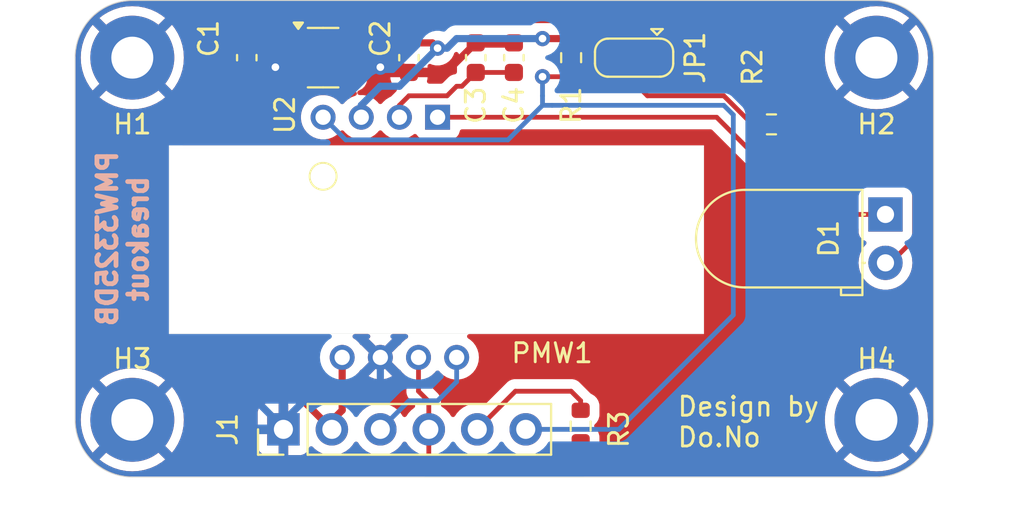
<source format=kicad_pcb>
(kicad_pcb (version 20240108) (generator "pcbnew") (generator_version "8.0")
  (layers (0 "F.Cu" signal) (31 "B.Cu" signal) (34 "B.Paste" user) (35 "F.Paste" user) (36 "B.SilkS" user "B.Silkscreen") (37 "F.SilkS" user "F.Silkscreen") (38 "B.Mask" user) (39 "F.Mask" user) (44 "Edge.Cuts" user))
  (net 0 "")
  (net 1 "Net-(PMW1-VDDPIX)")
  (net 2 "Net-(D1-A)")
  (net 3 "Net-(D1-K)")
  (net 4 "Net-(JP1-C)")
  (net 6 "NCS")
  (net 7 "+3V3")
  (net 8 "GND")
  (net 9 "+1V8")
  (net 10 "SCLK")
  (net 11 "MOSI")
  (net 12 "MISO")
  (footprint "MountingHole:MountingHole_2.2mm_M2_Pad" (layer "F.Cu") (at 179 78)
    (property "Reference" "H2" (at 0 3.5 0) (layer "F.SilkS"))
    (property "Value" "MountingHole_Pad")
    (pad "1" thru_hole circle (at 0 0) (size 4.4 4.4) (drill 2.2) (layers "*.Cu" "*.Mask") (net 8 "GND"))
  )
  (footprint "Package_TO_SOT_SMD:SOT-23-5" (layer "F.Cu") (at 150 78)
    (property "Reference" "U2" (at -2 3 90) (layer "F.SilkS"))
    (property "Value" "TCR2EF19")
    (fp_line (start 0 -1.56) (end -0.8 -1.56) (stroke (width 0.12)) (layer "F.SilkS"))
    (fp_line (start 0 -1.56) (end 0.8 -1.56) (stroke (width 0.12)) (layer "F.SilkS"))
    (fp_line (start 0 1.56) (end -0.8 1.56) (stroke (width 0.12)) (layer "F.SilkS"))
    (fp_line (start 0 1.56) (end 0.8 1.56) (stroke (width 0.12)) (layer "F.SilkS"))
    (fp_poly (pts (xy -1.3 -1.51) (xy -1.54 -1.84) (xy -1.06 -1.84) (xy -1.3 -1.51)) (stroke (width 0.12)) (fill solid) (layer "F.SilkS"))
    (pad "1" smd roundrect (at -1.1375 -0.95) (size 1.325 0.6) (layers "F.Cu" "F.Paste" "F.Mask") (net 7 "+3V3"))
    (pad "2" smd roundrect (at -1.1375 0) (size 1.325 0.6) (layers "F.Cu" "F.Paste" "F.Mask") (net 8 "GND"))
    (pad "3" smd roundrect (at -1.1375 0.95) (size 1.325 0.6) (layers "F.Cu" "F.Paste" "F.Mask") (net 7 "+3V3"))
    (pad "4" smd roundrect (at 1.1375 0.95) (size 1.325 0.6) (layers "F.Cu" "F.Paste" "F.Mask"))
    (pad "5" smd roundrect (at 1.1375 -0.95) (size 1.325 0.6) (layers "F.Cu" "F.Paste" "F.Mask") (net 9 "+1V8"))
  )
  (footprint "LED_THT:LED_D5.0mm_Horizontal_O1.27mm_Z15.0mm" (layer "F.Cu") (at 179.475 86.225 -90)
    (property "Reference" "D1" (at 1.27 2.975 90) (layer "F.SilkS"))
    (property "Value" "IR204A")
    (fp_line (start 3.83 2.33) (end 3.83 1.21) (stroke (width 0.12)) (layer "F.SilkS"))
    (fp_line (start 4.23 2.33) (end 3.83 2.33) (stroke (width 0.12)) (layer "F.SilkS"))
    (fp_line (start -1.29 1.21) (end -1.29 7.37) (stroke (width 0.12)) (layer "F.SilkS"))
    (fp_line (start -1.29 1.21) (end 3.83 1.21) (stroke (width 0.12)) (layer "F.SilkS"))
    (fp_line (start 0 1.21) (end 0 1.21) (stroke (width 0.12)) (layer "F.SilkS"))
    (fp_line (start 0 1.21) (end 0 1.08) (stroke (width 0.12)) (layer "F.SilkS"))
    (fp_line (start 2.54 1.21) (end 2.54 1.21) (stroke (width 0.12)) (layer "F.SilkS"))
    (fp_line (start 2.54 1.21) (end 2.54 1.08) (stroke (width 0.12)) (layer "F.SilkS"))
    (fp_line (start 3.83 1.21) (end 3.83 7.37) (stroke (width 0.12)) (layer "F.SilkS"))
    (fp_line (start 3.83 1.21) (end 4.23 1.21) (stroke (width 0.12)) (layer "F.SilkS"))
    (fp_line (start 4.23 1.21) (end 4.23 2.33) (stroke (width 0.12)) (layer "F.SilkS"))
    (fp_line (start 0 1.08) (end 0 1.21) (stroke (width 0.12)) (layer "F.SilkS"))
    (fp_line (start 0 1.08) (end 0 1.08) (stroke (width 0.12)) (layer "F.SilkS"))
    (fp_line (start 2.54 1.08) (end 2.54 1.21) (stroke (width 0.12)) (layer "F.SilkS"))
    (fp_line (start 2.54 1.08) (end 2.54 1.08) (stroke (width 0.12)) (layer "F.SilkS"))
    (fp_arc (start 3.83 7.37) (mid 1.27 9.93) (end -1.29 7.37) (stroke (width 0.12)) (layer "F.SilkS"))
    (pad "1" thru_hole rect (at 0 0 270) (size 1.8 1.8) (drill 0.9) (layers "*.Cu" "*.Mask") (net 3 "Net-(D1-K)"))
    (pad "2" thru_hole circle (at 2.54 0 270) (size 1.8 1.8) (drill 0.9) (layers "*.Cu" "*.Mask") (net 2 "Net-(D1-A)"))
  )
  (footprint "Capacitor_SMD:C_0603_1608Metric" (layer "F.Cu") (at 160 78 90)
    (property "Reference" "C4" (at -2.5 0 270) (layer "F.SilkS"))
    (property "Value" "100nf")
    (fp_line (start -0.14058 -0.51) (end 0.14058 -0.51) (stroke (width 0.12)) (layer "F.SilkS"))
    (fp_line (start -0.14058 0.51) (end 0.14058 0.51) (stroke (width 0.12)) (layer "F.SilkS"))
    (pad "1" smd roundrect (at -0.775 0 90) (size 0.9 0.95) (layers "F.Cu" "F.Paste" "F.Mask") (net 1 "Net-(PMW1-VDDPIX)"))
    (pad "2" smd roundrect (at 0.775 0 90) (size 0.9 0.95) (layers "F.Cu" "F.Paste" "F.Mask") (net 8 "GND"))
  )
  (footprint "MountingHole:MountingHole_2.2mm_M2_Pad" (layer "F.Cu") (at 140 78)
    (property "Reference" "H1" (at 0 3.5 0) (layer "F.SilkS"))
    (property "Value" "MountingHole_Pad")
    (pad "1" thru_hole circle (at 0 0) (size 4.4 4.4) (drill 2.2) (layers "*.Cu" "*.Mask") (net 8 "GND"))
  )
  (footprint "Connector _PINHeader:PinHeader_1x06_P2.54mm_Vertical" (layer "F.Cu") (at 147.92 97.5 90)
    (property "Reference" "J1" (at 0 -2.92 270) (layer "F.SilkS"))
    (property "Value" "Conn_01x06")
    (fp_line (start -1.33 -1.33) (end 0 -1.33) (stroke (width 0.12)) (layer "F.SilkS"))
    (fp_line (start -1.33 0) (end -1.33 -1.33) (stroke (width 0.12)) (layer "F.SilkS"))
    (fp_line (start 1.33 1.27) (end 1.33 14.03) (stroke (width 0.12)) (layer "F.SilkS"))
    (fp_line (start -1.33 1.27) (end 1.33 1.27) (stroke (width 0.12)) (layer "F.SilkS"))
    (fp_line (start -1.33 1.27) (end -1.33 14.03) (stroke (width 0.12)) (layer "F.SilkS"))
    (fp_line (start -1.33 14.03) (end 1.33 14.03) (stroke (width 0.12)) (layer "F.SilkS"))
    (pad "1" thru_hole rect (at 0 0 90) (size 1.7 1.7) (drill 1) (layers "*.Cu" "*.Mask") (net 8 "GND"))
    (pad "2" thru_hole oval (at 0 2.54 90) (size 1.7 1.7) (drill 1) (layers "*.Cu" "*.Mask") (net 7 "+3V3"))
    (pad "3" thru_hole oval (at 0 5.08 90) (size 1.7 1.7) (drill 1) (layers "*.Cu" "*.Mask") (net 6 "NCS"))
    (pad "4" thru_hole oval (at 0 7.62 90) (size 1.7 1.7) (drill 1) (layers "*.Cu" "*.Mask") (net 12 "MISO"))
    (pad "5" thru_hole oval (at 0 10.16 90) (size 1.7 1.7) (drill 1) (layers "*.Cu" "*.Mask") (net 11 "MOSI"))
    (pad "6" thru_hole oval (at 0 12.7 90) (size 1.7 1.7) (drill 1) (layers "*.Cu" "*.Mask") (net 10 "SCLK"))
  )
  (footprint "MountingHole:MountingHole_2.2mm_M2_Pad" (layer "F.Cu") (at 140 97)
    (property "Reference" "H3" (at 0 -3.2 0) (layer "F.SilkS"))
    (property "Value" "MountingHole_Pad")
    (pad "1" thru_hole circle (at 0 0) (size 4.4 4.4) (drill 2.2) (layers "*.Cu" "*.Mask") (net 8 "GND"))
  )
  (footprint "Jumper:SolderJumper-3_P1.3mm_Bridged12_RoundedPad1.0x1.5mm" (layer "F.Cu") (at 166.3 78 180)
    (property "Reference" "JP1" (at -3.2 0 90) (layer "F.SilkS"))
    (property "Value" "~")
    (fp_poly (pts (xy -0.9 -0.3) (xy -0.4 -0.3) (xy -0.4 0.3) (xy -0.9 0.3)) (fill solid) (layer "F.Cu"))
    (fp_line (start 2.05 -0.3) (end 2.05 0.3) (stroke (width 0.12)) (layer "F.SilkS"))
    (fp_line (start 1.4 1) (end -1.4 1) (stroke (width 0.12)) (layer "F.SilkS"))
    (fp_line (start -1.2 1.2) (end -0.9 1.5) (stroke (width 0.12)) (layer "F.SilkS"))
    (fp_line (start -1.2 1.2) (end -1.5 1.5) (stroke (width 0.12)) (layer "F.SilkS"))
    (fp_line (start -1.4 -1) (end 1.4 -1) (stroke (width 0.12)) (layer "F.SilkS"))
    (fp_line (start -1.5 1.5) (end -0.9 1.5) (stroke (width 0.12)) (layer "F.SilkS"))
    (fp_line (start -2.05 0.3) (end -2.05 -0.3) (stroke (width 0.12)) (layer "F.SilkS"))
    (fp_arc (start 2.05 0.3) (mid 1.844975 0.794975) (end 1.35 1) (stroke (width 0.12)) (layer "F.SilkS"))
    (fp_arc (start 1.35 -1) (mid 1.844975 -0.794975) (end 2.05 -0.3) (stroke (width 0.12)) (layer "F.SilkS"))
    (fp_arc (start -1.35 1) (mid -1.844975 0.794975) (end -2.05 0.3) (stroke (width 0.12)) (layer "F.SilkS"))
    (fp_arc (start -2.05 -0.3) (mid -1.844975 -0.794975) (end -1.35 -1) (stroke (width 0.12)) (layer "F.SilkS"))
    (pad "1" smd custom (at -1.3 0 180) (size 1 0.5) (layers "F.Cu" "F.Mask") (net 7 "+3V3") (options (clearance outline) (anchor rect)) (primitives (gr_circle (center 0 0.25) (end 0.5 0.25) (width 0) (fill yes)) (gr_circle (center 0 -0.25) (end 0.5 -0.25) (width 0) (fill yes)) (gr_poly (pts (xy 0.55 0.75) (xy 0 0.75) (xy 0 -0.75) (xy 0.55 -0.75)) (width 0) (fill yes))))
    (pad "2" smd rect (at 0 0 180) (size 1 1.5) (layers "F.Cu" "F.Mask") (net 4 "Net-(JP1-C)"))
    (pad "3" smd custom (at 1.3 0 180) (size 1 0.5) (layers "F.Cu" "F.Mask") (net 9 "+1V8") (options (clearance outline) (anchor rect)) (primitives (gr_circle (center 0 0.25) (end 0.5 0.25) (width 0) (fill yes)) (gr_circle (center 0 -0.25) (end 0.5 -0.25) (width 0) (fill yes)) (gr_poly (pts (xy 0 0.75) (xy -0.55 0.75) (xy -0.55 -0.75) (xy 0 -0.75)) (width 0) (fill yes))))
  )
  (footprint "Capacitor_SMD:C_0603_1608Metric" (layer "F.Cu") (at 146 78 90)
    (property "Reference" "C1" (at 1 -2 270) (layer "F.SilkS"))
    (property "Value" "0.1u")
    (fp_line (start -0.14058 -0.51) (end 0.14058 -0.51) (stroke (width 0.12)) (layer "F.SilkS"))
    (fp_line (start -0.14058 0.51) (end 0.14058 0.51) (stroke (width 0.12)) (layer "F.SilkS"))
    (pad "1" smd roundrect (at -0.775 0 90) (size 0.9 0.95) (layers "F.Cu" "F.Paste" "F.Mask") (net 8 "GND"))
    (pad "2" smd roundrect (at 0.775 0 90) (size 0.9 0.95) (layers "F.Cu" "F.Paste" "F.Mask") (net 7 "+3V3"))
  )
  (footprint "adns 5050:PMW3325DB-TWV1" (layer "F.Cu") (at 151 93.725)
    (property "Reference" "PMW1" (at 11 -0.225 0) (layer "F.SilkS") (effects (font (size 1.001992 1.001992))))
    (property "Value" "PMW3325DB-TWV1")
    (fp_circle (center -1 -9.5) (end -0.5 -9) (stroke (width 0.1)) (fill none) (layer "F.SilkS"))
    (fp_line (start -9.06 -11.1) (end -9.06 -1.25) (stroke (width 0.01)) (layer "Edge.Cuts"))
    (fp_line (start 18.94 -11.1) (end -9.06 -11.1) (stroke (width 0.01)) (layer "Edge.Cuts"))
    (fp_line (start 18.94 -11.1) (end 18.94 -1.25) (stroke (width 0.01)) (layer "Edge.Cuts"))
    (fp_line (start 18.94 -1.25) (end -9.06 -1.25) (stroke (width 0.01)) (layer "Edge.Cuts"))
    (pad "1" thru_hole rect (at 5 -12.6) (size 1.308 1.308) (drill 0.8) (layers "*.Cu" "*.Mask") (net 3 "Net-(D1-K)"))
    (pad "2" thru_hole circle (at 3 -12.6) (size 1.308 1.308) (drill 0.8) (layers "*.Cu" "*.Mask") (net 1 "Net-(PMW1-VDDPIX)"))
    (pad "3" thru_hole circle (at 1 -12.6) (size 1.308 1.308) (drill 0.8) (layers "*.Cu" "*.Mask") (net 9 "+1V8"))
    (pad "4" thru_hole circle (at -1 -12.6) (size 1.308 1.308) (drill 0.8) (layers "*.Cu" "*.Mask") (net 10 "SCLK"))
    (pad "5" thru_hole circle (at 0 0) (size 1.308 1.308) (drill 0.8) (layers "*.Cu" "*.Mask") (net 7 "+3V3"))
    (pad "6" thru_hole circle (at 2 0) (size 1.308 1.308) (drill 0.8) (layers "*.Cu" "*.Mask") (net 8 "GND"))
    (pad "7" thru_hole circle (at 4 0) (size 1.308 1.308) (drill 0.8) (layers "*.Cu" "*.Mask") (net 12 "MISO"))
    (pad "8" thru_hole circle (at 6 0) (size 1.308 1.308) (drill 0.8) (layers "*.Cu" "*.Mask") (net 6 "NCS"))
  )
  (footprint "Resistor_SMD:R_0603_1608Metric" (layer "F.Cu") (at 163 78 -90)
    (property "Reference" "R1" (at 2.5 0 -90) (layer "F.SilkS"))
    (property "Value" "10k")
    (fp_line (start -0.237258 0.5225) (end 0.237258 0.5225) (stroke (width 0.12)) (layer "F.SilkS"))
    (fp_line (start -0.237258 -0.5225) (end 0.237258 -0.5225) (stroke (width 0.12)) (layer "F.SilkS"))
    (pad "1" smd roundrect (at -0.825 0 270) (size 0.8 0.95) (layers "F.Cu" "F.Paste" "F.Mask") (net 9 "+1V8"))
    (pad "2" smd roundrect (at 0.825 0 270) (size 0.8 0.95) (layers "F.Cu" "F.Paste" "F.Mask") (net 10 "SCLK"))
  )
  (footprint "Capacitor_SMD:C_0603_1608Metric" (layer "F.Cu") (at 154.5 78 -90)
    (property "Reference" "C2" (at -1 1.5 -90) (layer "F.SilkS"))
    (property "Value" "1u")
    (fp_line (start -0.14058 0.51) (end 0.14058 0.51) (stroke (width 0.12)) (layer "F.SilkS"))
    (fp_line (start -0.14058 -0.51) (end 0.14058 -0.51) (stroke (width 0.12)) (layer "F.SilkS"))
    (pad "1" smd roundrect (at -0.775 0 270) (size 0.9 0.95) (layers "F.Cu" "F.Paste" "F.Mask") (net 9 "+1V8"))
    (pad "2" smd roundrect (at 0.775 0 270) (size 0.9 0.95) (layers "F.Cu" "F.Paste" "F.Mask") (net 8 "GND"))
  )
  (footprint "Resistor_SMD:R_0603_1608Metric" (layer "F.Cu") (at 173.5 81.5 180)
    (property "Reference" "R2" (at 1 3 -90) (layer "F.SilkS"))
    (property "Value" "82")
    (fp_line (start -0.237258 0.5225) (end 0.237258 0.5225) (stroke (width 0.12)) (layer "F.SilkS"))
    (fp_line (start -0.237258 -0.5225) (end 0.237258 -0.5225) (stroke (width 0.12)) (layer "F.SilkS"))
    (pad "1" smd roundrect (at -0.825 0 180) (size 0.8 0.95) (layers "F.Cu" "F.Paste" "F.Mask") (net 2 "Net-(D1-A)"))
    (pad "2" smd roundrect (at 0.825 0 180) (size 0.8 0.95) (layers "F.Cu" "F.Paste" "F.Mask") (net 4 "Net-(JP1-C)"))
  )
  (footprint "MountingHole:MountingHole_2.2mm_M2_Pad" (layer "F.Cu") (at 179 97)
    (property "Reference" "H4" (at 0 -3.2 0) (layer "F.SilkS"))
    (property "Value" "MountingHole_Pad")
    (pad "1" thru_hole circle (at 0 0) (size 4.4 4.4) (drill 2.2) (layers "*.Cu" "*.Mask") (net 8 "GND"))
  )
  (footprint "Resistor_SMD:R_0603_1608Metric" (layer "F.Cu") (at 163.5 97.325 90)
    (property "Reference" "R3" (at -0.175 2 270) (layer "F.SilkS"))
    (property "Value" "3.3k")
    (fp_line (start -0.237258 -0.5225) (end 0.237258 -0.5225) (stroke (width 0.12)) (layer "F.SilkS"))
    (fp_line (start -0.237258 0.5225) (end 0.237258 0.5225) (stroke (width 0.12)) (layer "F.SilkS"))
    (pad "1" smd roundrect (at -0.825 0 90) (size 0.8 0.95) (layers "F.Cu" "F.Paste" "F.Mask") (net 12 "MISO"))
    (pad "2" smd roundrect (at 0.825 0 90) (size 0.8 0.95) (layers "F.Cu" "F.Paste" "F.Mask") (net 11 "MOSI"))
  )
  (footprint "Capacitor_SMD:C_0603_1608Metric" (layer "F.Cu") (at 158 78 90)
    (property "Reference" "C3" (at -2.5 0 270) (layer "F.SilkS"))
    (property "Value" "4.7u")
    (fp_line (start -0.14058 -0.51) (end 0.14058 -0.51) (stroke (width 0.12)) (layer "F.SilkS"))
    (fp_line (start -0.14058 0.51) (end 0.14058 0.51) (stroke (width 0.12)) (layer "F.SilkS"))
    (pad "1" smd roundrect (at -0.775 0 90) (size 0.9 0.95) (layers "F.Cu" "F.Paste" "F.Mask") (net 1 "Net-(PMW1-VDDPIX)"))
    (pad "2" smd roundrect (at 0.775 0 90) (size 0.9 0.95) (layers "F.Cu" "F.Paste" "F.Mask") (net 8 "GND"))
  )
  (gr_arc (start 140 100) (mid 137.87868 99.12132) (end 137 97) (stroke (width 0.05)) (layer "Edge.Cuts"))
  (gr_arc (start 137 78) (mid 137.87868 75.87868) (end 140 75) (stroke (width 0.05)) (layer "Edge.Cuts"))
  (gr_arc (start 179 75) (mid 181.12132 75.87868) (end 182 78) (stroke (width 0.05)) (layer "Edge.Cuts"))
  (gr_line (start 182 78) (end 182 97) (stroke (width 0.05)) (layer "Edge.Cuts"))
  (gr_line (start 140 75) (end 179 75) (stroke (width 0.05)) (layer "Edge.Cuts"))
  (gr_line (start 137 97) (end 137 78) (stroke (width 0.05)) (layer "Edge.Cuts"))
  (gr_line (start 179 100) (end 140 100) (stroke (width 0.05)) (layer "Edge.Cuts"))
  (gr_arc (start 182 97) (mid 181.12132 99.12132) (end 179 100) (stroke (width 0.05)) (layer "Edge.Cuts"))
  (gr_text "PMW3325DB\nbreakout\n" (at 139.5 87.5 90) (layer "B.SilkS") (effects (font (size 1 1) (thickness 0.25) (bold yes)) (justify mirror)))
  (gr_text "Design by\nDo.No" (at 168.5 98.5 0) (layer "F.SilkS") (effects (font (size 1 1)) (justify left bottom)))
  (segment (start 154.5 80) (end 154 80.5) (width 0.25) (layer "F.Cu") (net 1))
  (segment (start 156.5 80) (end 154.5 80) (width 0.25) (layer "F.Cu") (net 1))
  (segment (start 157.275 79.5) (end 157 79.5) (width 0.25) (layer "F.Cu") (net 1))
  (segment (start 160 78.775) (end 158 78.775) (width 0.25) (layer "F.Cu") (net 1))
  (segment (start 154 80.5) (end 154 81.125) (width 0.25) (layer "F.Cu") (net 1))
  (segment (start 158 78.775) (end 157.275 79.5) (width 0.25) (layer "F.Cu") (net 1))
  (segment (start 157 79.5) (end 156.5 80) (width 0.25) (layer "F.Cu") (net 1))
  (segment (start 179.475 88.765) (end 179.735 88.765) (width 0.25) (layer "F.Cu") (net 2))
  (segment (start 174.325 82) (end 174.325 81.5) (width 0.25) (layer "F.Cu") (net 2))
  (segment (start 181 87.5) (end 181 84.5) (width 0.25) (layer "F.Cu") (net 2))
  (segment (start 180.5 84) (end 176.325 84) (width 0.25) (layer "F.Cu") (net 2))
  (segment (start 176.325 84) (end 174.325 82) (width 0.25) (layer "F.Cu") (net 2))
  (segment (start 179.735 88.765) (end 181 87.5) (width 0.25) (layer "F.Cu") (net 2))
  (segment (start 181 84.5) (end 180.5 84) (width 0.25) (layer "F.Cu") (net 2))
  (segment (start 156 81.125) (end 170.625 81.125) (width 0.25) (layer "F.Cu") (net 3))
  (segment (start 175.725 86.225) (end 179.475 86.225) (width 0.25) (layer "F.Cu") (net 3))
  (segment (start 173.5 84) (end 175.725 86.225) (width 0.25) (layer "F.Cu") (net 3))
  (segment (start 170.625 81.125) (end 173.5 84) (width 0.25) (layer "F.Cu") (net 3))
  (segment (start 166.3 79.3) (end 166.5 79.5) (width 0.25) (layer "F.Cu") (net 4))
  (segment (start 166.3 78) (end 166.3 79.3) (width 0.25) (layer "F.Cu") (net 4))
  (segment (start 167 80) (end 171 80) (width 0.25) (layer "F.Cu") (net 4))
  (segment (start 166.5 79.5) (end 167 80) (width 0.25) (layer "F.Cu") (net 4))
  (segment (start 171 80) (end 172.5 81.5) (width 0.25) (layer "F.Cu") (net 4))
  (segment (start 153 97.5) (end 154.5 96) (width 0.25) (layer "B.Cu") (net 6))
  (segment (start 154.5 96) (end 156 96) (width 0.25) (layer "B.Cu") (net 6))
  (segment (start 156 96) (end 157 95) (width 0.25) (layer "B.Cu") (net 6))
  (segment (start 157 95) (end 157 93.725) (width 0.25) (layer "B.Cu") (net 6))
  (segment (start 165.5 76) (end 166.425 76) (width 0.375) (layer "F.Cu") (net 7))
  (segment (start 167.6 77.175) (end 167.6 78) (width 0.375) (layer "F.Cu") (net 7))
  (segment (start 150.46 97.04) (end 151 96.5) (width 0.375) (layer "F.Cu") (net 7))
  (segment (start 141.5 82.5) (end 142.5 81.5) (width 0.375) (layer "F.Cu") (net 7))
  (segment (start 151 96.5) (end 151 93.725) (width 0.375) (layer "F.Cu") (net 7))
  (segment (start 150.96 93.765) (end 151 93.725) (width 0.375) (layer "F.Cu") (net 7))
  (segment (start 147.96 95) (end 143.5 95) (width 0.375) (layer "F.Cu") (net 7))
  (segment (start 145 78.225) (end 146 77.225) (width 0.375) (layer "F.Cu") (net 7))
  (segment (start 146.5 80) (end 146 80) (width 0.375) (layer "F.Cu") (net 7))
  (segment (start 148.6875 77.225) (end 148.8625 77.05) (width 0.375) (layer "F.Cu") (net 7))
  (segment (start 150.46 97.5) (end 147.96 95) (width 0.375) (layer "F.Cu") (net 7))
  (segment (start 148.6875 78.775) (end 148.8625 78.95) (width 0.375) (layer "F.Cu") (net 7))
  (segment (start 143.5 95) (end 141.5 93) (width 0.375) (layer "F.Cu") (net 7))
  (segment (start 145 79.5) (end 145 78.225) (width 0.375) (layer "F.Cu") (net 7))
  (segment (start 142.5 81.5) (end 142.75 81.25) (width 0.375) (layer "F.Cu") (net 7))
  (segment (start 141.5 93) (end 141.5 82.5) (width 0.375) (layer "F.Cu") (net 7))
  (segment (start 146 80) (end 145.5 80) (width 0.375) (layer "F.Cu") (net 7))
  (segment (start 166.425 76) (end 167.6 77.175) (width 0.375) (layer "F.Cu") (net 7))
  (segment (start 145.5 80) (end 145 79.5) (width 0.375) (layer "F.Cu") (net 7))
  (segment (start 146.5 80) (end 147.8125 80) (width 0.375) (layer "F.Cu") (net 7))
  (segment (start 146 80.5) (end 146 80) (width 0.375) (layer "F.Cu") (net 7))
  (segment (start 142.75 81.25) (end 145.25 81.25) (width 0.375) (layer "F.Cu") (net 7))
  (segment (start 147.8125 80) (end 148.8625 78.95) (width 0.375) (layer "F.Cu") (net 7))
  (segment (start 145.25 81.25) (end 146 80.5) (width 0.375) (layer "F.Cu") (net 7))
  (segment (start 150.46 97.5) (end 150.46 97.04) (width 0.375) (layer "F.Cu") (net 7))
  (segment (start 146 77.225) (end 148.6875 77.225) (width 0.375) (layer "F.Cu") (net 7))
  (segment (start 149.9125 76) (end 148.8625 77.05) (width 0.375) (layer "F.Cu") (net 7))
  (segment (start 165.5 76) (end 149.9125 76) (width 0.375) (layer "F.Cu") (net 7))
  (segment (start 146 78.775) (end 147.225 78.775) (width 0.375) (layer "F.Cu") (net 8))
  (segment (start 154.5 78.775) (end 156.45 78.775) (width 0.375) (layer "F.Cu") (net 8))
  (segment (start 148 78) (end 148.8625 78) (width 0.375) (layer "F.Cu") (net 8))
  (segment (start 153 78.5) (end 154.225 78.5) (width 0.375) (layer "F.Cu") (net 8))
  (segment (start 147.225 78.775) (end 147.5 78.5) (width 0.375) (layer "F.Cu") (net 8))
  (segment (start 156.45 78.775) (end 158 77.225) (width 0.375) (layer "F.Cu") (net 8))
  (segment (start 158 77.225) (end 160 77.225) (width 0.375) (layer "F.Cu") (net 8))
  (segment (start 154.225 78.5) (end 154.5 78.775) (width 0.375) (layer "F.Cu") (net 8))
  (segment (start 147.5 78.5) (end 148 78) (width 0.375) (layer "F.Cu") (net 8))
  (via (at 147.5 78.5) (size 0.8) (drill 0.4) (layers "F.Cu" "B.Cu") (net 8))
  (via (at 153 78.5) (size 0.8) (drill 0.4) (layers "F.Cu" "B.Cu") (net 8))
  (segment (start 147.5 78.5) (end 147 79) (width 0.375) (layer "B.Cu") (net 8))
  (segment (start 147.92 97.08) (end 149.5 95.5) (width 0.375) (layer "B.Cu") (net 8))
  (segment (start 144.5 94) (end 147.92 97.42) (width 0.375) (layer "B.Cu") (net 8))
  (segment (start 141 81.5) (end 141 93.5) (width 0.375) (layer "B.Cu") (net 8))
  (segment (start 152.5 95.5) (end 153 95) (width 0.375) (layer "B.Cu") (net 8))
  (segment (start 141.5 94) (end 144.5 94) (width 0.375) (layer "B.Cu") (net 8))
  (segment (start 147 79) (end 147 80.5) (width 0.375) (layer "B.Cu") (net 8))
  (segment (start 149.5 95.5) (end 152.5 95.5) (width 0.375) (layer "B.Cu") (net 8))
  (segment (start 141 93.5) (end 141.5 94) (width 0.375) (layer "B.Cu") (net 8))
  (segment (start 147.92 97.5) (end 147.92 97.08) (width 0.375) (layer "B.Cu") (net 8))
  (segment (start 147 80.5) (end 146 81.5) (width 0.375) (layer "B.Cu") (net 8))
  (segment (start 148 78) (end 152.5 78) (width 0.375) (layer "B.Cu") (net 8))
  (segment (start 147.92 97.42) (end 147.92 97.5) (width 0.375) (layer "B.Cu") (net 8))
  (segment (start 153 95) (end 153 93.725) (width 0.375) (layer "B.Cu") (net 8))
  (segment (start 147.92 97.5) (end 148 97.5) (width 0.375) (layer "B.Cu") (net 8))
  (segment (start 146 81.5) (end 141 81.5) (width 0.375) (layer "B.Cu") (net 8))
  (segment (start 152.5 78) (end 153 78.5) (width 0.375) (layer "B.Cu") (net 8))
  (segment (start 147.5 78.5) (end 148 78) (width 0.375) (layer "B.Cu") (net 8))
  (segment (start 164.175 77.175) (end 165 78) (width 0.375) (layer "F.Cu") (net 9))
  (segment (start 154.325 77.05) (end 154.5 77.225) (width 0.375) (layer "F.Cu") (net 9))
  (segment (start 161.5 77) (end 162.825 77) (width 0.375) (layer "F.Cu") (net 9))
  (segment (start 151.1375 77.05) (end 154.325 77.05) (width 0.375) (layer "F.Cu") (net 9))
  (segment (start 162.825 77) (end 163 77.175) (width 0.375) (layer "F.Cu") (net 9))
  (segment (start 151.3125 77.225) (end 151.1375 77.05) (width 0.375) (layer "F.Cu") (net 9))
  (segment (start 155.725 77.225) (end 156 77.5) (width 0.375) (layer "F.Cu") (net 9))
  (segment (start 163 77.175) (end 164.175 77.175) (width 0.375) (layer "F.Cu") (net 9))
  (segment (start 154.5 77.225) (end 155.725 77.225) (width 0.375) (layer "F.Cu") (net 9))
  (via (at 156 77.5) (size 0.8) (drill 0.4) (layers "F.Cu" "B.Cu") (net 9))
  (via (at 161.5 77) (size 0.8) (drill 0.4) (layers "F.Cu" "B.Cu") (net 9))
  (segment (start 153 79.5) (end 152 80.5) (width 0.375) (layer "B.Cu") (net 9))
  (segment (start 156 77.5) (end 154 79.5) (width 0.375) (layer "B.Cu") (net 9))
  (segment (start 152 81.125) (end 152 80.5) (width 0.375) (layer "B.Cu") (net 9))
  (segment (start 157 77) (end 156.5 77.5) (width 0.375) (layer "B.Cu") (net 9))
  (segment (start 161.5 77) (end 157 77) (width 0.375) (layer "B.Cu") (net 9))
  (segment (start 156.5 77.5) (end 156 77.5) (width 0.375) (layer "B.Cu") (net 9))
  (segment (start 154 79.5) (end 153 79.5) (width 0.375) (layer "B.Cu") (net 9))
  (segment (start 162.825 79) (end 163 78.825) (width 0.25) (layer "F.Cu") (net 10))
  (segment (start 161.5 79) (end 161.675 78.825) (width 0.25) (layer "F.Cu") (net 10))
  (segment (start 161.5 79) (end 162.825 79) (width 0.25) (layer "F.Cu") (net 10))
  (segment (start 150 81) (end 150 81.125) (width 0.25) (layer "F.Cu") (net 10))
  (via (at 161.5 79) (size 0.8) (drill 0.4) (layers "F.Cu" "B.Cu") (net 10))
  (segment (start 150 81.125) (end 151.1875 82.3125) (width 0.25) (layer "B.Cu") (net 10))
  (segment (start 165.5 97.5) (end 171.5 91.5) (width 0.25) (layer "B.Cu") (net 10))
  (segment (start 171.5 91.5) (end 171.5 81) (width 0.25) (layer "B.Cu") (net 10))
  (segment (start 171.5 81) (end 171 80.5) (width 0.25) (layer "B.Cu") (net 10))
  (segment (start 171 80.5) (end 162 80.5) (width 0.25) (layer "B.Cu") (net 10))
  (segment (start 159.6875 82.3125) (end 161.5 80.5) (width 0.25) (layer "B.Cu") (net 10))
  (segment (start 160.62 97.5) (end 165.5 97.5) (width 0.25) (layer "B.Cu") (net 10))
  (segment (start 162 80.5) (end 161.5 80.5) (width 0.25) (layer "B.Cu") (net 10))
  (segment (start 161.5 80.5) (end 161.5 80) (width 0.25) (layer "B.Cu") (net 10))
  (segment (start 151.1875 82.3125) (end 159.6875 82.3125) (width 0.25) (layer "B.Cu") (net 10))
  (segment (start 161.5 80) (end 161.5 79) (width 0.25) (layer "B.Cu") (net 10))
  (segment (start 163 95.5) (end 160.08 95.5) (width 0.25) (layer "F.Cu") (net 11))
  (segment (start 160.08 95.5) (end 158.08 97.5) (width 0.25) (layer "F.Cu") (net 11))
  (segment (start 163.5 96) (end 163 95.5) (width 0.25) (layer "F.Cu") (net 11))
  (segment (start 163.5 96.5) (end 163.5 96) (width 0.25) (layer "F.Cu") (net 11))
  (segment (start 155.54 97.5) (end 155.54 96.04) (width 0.25) (layer "F.Cu") (net 12))
  (segment (start 156 99.5) (end 163 99.5) (width 0.25) (layer "F.Cu") (net 12))
  (segment (start 163.5 99) (end 163.5 98.15) (width 0.25) (layer "F.Cu") (net 12))
  (segment (start 163 99.5) (end 163.5 99) (width 0.25) (layer "F.Cu") (net 12))
  (segment (start 155.54 96.04) (end 155 95.5) (width 0.25) (layer "F.Cu") (net 12))
  (segment (start 155.54 97.5) (end 155.54 99.04) (width 0.25) (layer "F.Cu") (net 12))
  (segment (start 155.54 99.04) (end 156 99.5) (width 0.25) (layer "F.Cu") (net 12))
  (segment (start 155 95.5) (end 155 93.725) (width 0.25) (layer "F.Cu") (net 12))
  (zone (net 8) (net_name "GND") (layers "F&B.Cu") (connect_pads (clearance 0.508)) (min_thickness 0.25) (fill yes (thermal_gap 0.5) (thermal_bridge_width 0.5))
    (polygon (pts (xy 137 75) (xy 137 100) (xy 182 100) (xy 182 75)))
  )
)
</source>
